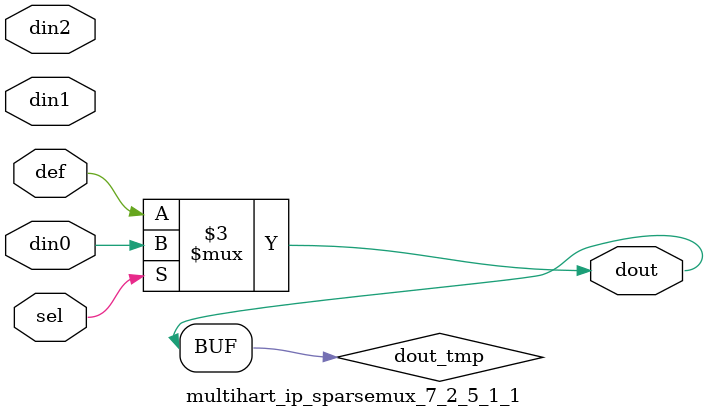
<source format=v>
`timescale 1ns / 1ps

module multihart_ip_sparsemux_7_2_5_1_1 (din0,din1,din2,def,sel,dout);

parameter din0_WIDTH = 1;

parameter din1_WIDTH = 1;

parameter din2_WIDTH = 1;

parameter def_WIDTH = 1;
parameter sel_WIDTH = 1;
parameter dout_WIDTH = 1;

parameter [sel_WIDTH-1:0] CASE0 = 1;

parameter [sel_WIDTH-1:0] CASE1 = 1;

parameter [sel_WIDTH-1:0] CASE2 = 1;

parameter ID = 1;
parameter NUM_STAGE = 1;



input [din0_WIDTH-1:0] din0;

input [din1_WIDTH-1:0] din1;

input [din2_WIDTH-1:0] din2;

input [def_WIDTH-1:0] def;
input [sel_WIDTH-1:0] sel;

output [dout_WIDTH-1:0] dout;



reg [dout_WIDTH-1:0] dout_tmp;


always @ (*) begin
(* parallel_case *) case (sel)
    
    CASE0 : dout_tmp = din0;
    
    CASE1 : dout_tmp = din1;
    
    CASE2 : dout_tmp = din2;
    
    default : dout_tmp = def;
endcase
end


assign dout = dout_tmp;



endmodule

</source>
